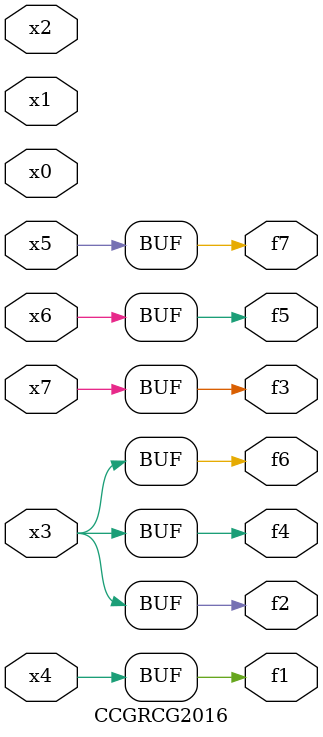
<source format=v>
module CCGRCG2016(
	input x0, x1, x2, x3, x4, x5, x6, x7,
	output f1, f2, f3, f4, f5, f6, f7
);
	assign f1 = x4;
	assign f2 = x3;
	assign f3 = x7;
	assign f4 = x3;
	assign f5 = x6;
	assign f6 = x3;
	assign f7 = x5;
endmodule

</source>
